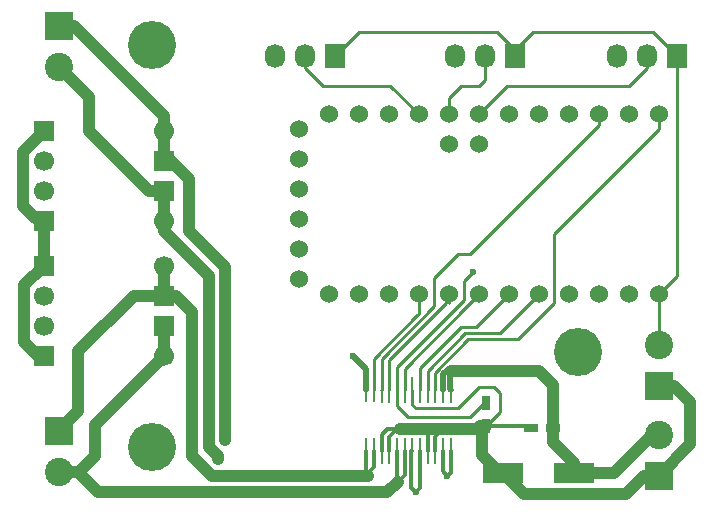
<source format=gbr>
G04 #@! TF.FileFunction,Copper,L1,Top,Signal*
%FSLAX46Y46*%
G04 Gerber Fmt 4.6, Leading zero omitted, Abs format (unit mm)*
G04 Created by KiCad (PCBNEW 4.0.2-stable) date Friday, July 22, 2016 'AMt' 10:22:11 AM*
%MOMM*%
G01*
G04 APERTURE LIST*
%ADD10C,0.100000*%
%ADD11C,4.064000*%
%ADD12C,1.524000*%
%ADD13O,0.250000X2.200000*%
%ADD14R,0.250000X2.200000*%
%ADD15R,1.200000X0.750000*%
%ADD16R,3.500120X1.800860*%
%ADD17R,0.750000X1.200000*%
%ADD18C,1.699260*%
%ADD19R,1.699260X1.699260*%
%ADD20R,1.727200X2.032000*%
%ADD21O,1.727200X2.032000*%
%ADD22C,2.400000*%
%ADD23R,2.400000X2.400000*%
%ADD24C,0.600000*%
%ADD25C,1.000000*%
%ADD26C,0.500000*%
%ADD27C,0.250000*%
%ADD28C,0.375000*%
%ADD29C,0.750000*%
G04 APERTURE END LIST*
D10*
D11*
X140000000Y-122000000D03*
X176000000Y-114000000D03*
D12*
X182880000Y-93853000D03*
X180340000Y-93853000D03*
X177800000Y-93853000D03*
X175260000Y-93853000D03*
X172720000Y-93853000D03*
X170180000Y-93853000D03*
X167640000Y-93853000D03*
X165100000Y-93853000D03*
X162560000Y-93853000D03*
X160020000Y-93853000D03*
X157480000Y-93853000D03*
X154940000Y-93853000D03*
X167640000Y-96393000D03*
X165100000Y-96393000D03*
X182880000Y-109093000D03*
X180340000Y-109093000D03*
X177800000Y-109093000D03*
X175260000Y-109093000D03*
X172720000Y-109093000D03*
X170180000Y-109093000D03*
X167640000Y-109093000D03*
X165100000Y-109093000D03*
X162560000Y-109093000D03*
X160020000Y-109093000D03*
X157480000Y-109093000D03*
X154940000Y-109093000D03*
X152400000Y-107823000D03*
X152400000Y-105283000D03*
X152400000Y-102743000D03*
X152400000Y-100203000D03*
X152400000Y-97663000D03*
X152400000Y-95123000D03*
D13*
X158096000Y-117161000D03*
D14*
X158096000Y-122361000D03*
D13*
X158746000Y-117161000D03*
D14*
X158746000Y-122361000D03*
X159396000Y-117161000D03*
X159396000Y-122361000D03*
X160046000Y-117161000D03*
X160046000Y-122361000D03*
X160696000Y-117161000D03*
X160696000Y-122361000D03*
X161346000Y-117161000D03*
X161346000Y-122361000D03*
X161996000Y-117161000D03*
X161996000Y-122361000D03*
X162646000Y-117161000D03*
X162646000Y-122361000D03*
X163296000Y-117161000D03*
X163296000Y-122361000D03*
X163946000Y-117161000D03*
X163946000Y-122361000D03*
X164596000Y-117161000D03*
X164596000Y-122361000D03*
X165246000Y-117161000D03*
X165246000Y-122361000D03*
D15*
X173924000Y-120396000D03*
X172024000Y-120396000D03*
D16*
X169720260Y-124206000D03*
X175719740Y-124206000D03*
D17*
X168275000Y-118303000D03*
X168275000Y-120203000D03*
D18*
X140970520Y-95247460D03*
D19*
X130810520Y-95247460D03*
D18*
X130809480Y-97792540D03*
D19*
X140969480Y-97792540D03*
D18*
X140970520Y-102867460D03*
D19*
X130810520Y-102867460D03*
D18*
X130809480Y-100332540D03*
D19*
X140969480Y-100332540D03*
D18*
X140970520Y-106677460D03*
D19*
X130810520Y-106677460D03*
D18*
X130809480Y-109222540D03*
D19*
X140969480Y-109222540D03*
D18*
X140970520Y-114297460D03*
D19*
X130810520Y-114297460D03*
D18*
X130809480Y-111762540D03*
D19*
X140969480Y-111762540D03*
D20*
X184404000Y-88900000D03*
D21*
X181864000Y-88900000D03*
X179324000Y-88900000D03*
D20*
X170688000Y-88900000D03*
D21*
X168148000Y-88900000D03*
X165608000Y-88900000D03*
D20*
X155448000Y-88900000D03*
D21*
X152908000Y-88900000D03*
X150368000Y-88900000D03*
D22*
X182880000Y-113340000D03*
D23*
X182880000Y-116840000D03*
D22*
X182880000Y-120960000D03*
D23*
X182880000Y-124460000D03*
D22*
X132080000Y-89860000D03*
D23*
X132080000Y-86360000D03*
D22*
X132080000Y-124150000D03*
D23*
X132080000Y-120650000D03*
D11*
X140000000Y-88000000D03*
D24*
X168656000Y-115570000D03*
X156972000Y-114300000D03*
X167132000Y-107188000D03*
X146177000Y-121412000D03*
X164973000Y-124460000D03*
X145542000Y-123063000D03*
X162306000Y-125857000D03*
D25*
X168656000Y-115570000D02*
X172720000Y-115570000D01*
X172720000Y-115570000D02*
X173924000Y-116774000D01*
X173924000Y-116774000D02*
X173924000Y-120396000D01*
X165354000Y-115570000D02*
X168656000Y-115570000D01*
X175719740Y-124206000D02*
X175719740Y-123395740D01*
X175719740Y-123395740D02*
X173924000Y-121600000D01*
X173924000Y-121600000D02*
X173924000Y-120396000D01*
X182880000Y-120960000D02*
X182316000Y-120960000D01*
X182316000Y-120960000D02*
X179070000Y-124206000D01*
X179070000Y-124206000D02*
X175719740Y-124206000D01*
X130810520Y-114297460D02*
X130299460Y-114297460D01*
X130299460Y-114297460D02*
X129159000Y-113157000D01*
X129159000Y-113157000D02*
X129159000Y-108328980D01*
X129159000Y-108328980D02*
X130810520Y-106677460D01*
X130810520Y-106677460D02*
X130810520Y-102867460D01*
D26*
X158096000Y-117161000D02*
X158096000Y-115424000D01*
X158096000Y-115424000D02*
X156972000Y-114300000D01*
D25*
X130810520Y-102867460D02*
X130559060Y-102616000D01*
X130559060Y-102616000D02*
X130048000Y-102616000D01*
X130048000Y-102616000D02*
X129032000Y-101600000D01*
X129032000Y-101600000D02*
X129032000Y-97025980D01*
X129032000Y-97025980D02*
X130810520Y-95247460D01*
D26*
X165608000Y-115316000D02*
X165354000Y-115570000D01*
X165354000Y-115570000D02*
X165227000Y-115697000D01*
X164596000Y-115871176D02*
X164596000Y-117161000D01*
X165227000Y-115697000D02*
X165227000Y-117142000D01*
X165227000Y-117142000D02*
X165246000Y-117161000D01*
X165608000Y-115316000D02*
X165151176Y-115316000D01*
X165151176Y-115316000D02*
X164596000Y-115871176D01*
D27*
X165227000Y-117142000D02*
X165246000Y-117161000D01*
D28*
X168275000Y-120203000D02*
X171831000Y-120203000D01*
X171831000Y-120203000D02*
X172024000Y-120396000D01*
D25*
X169720260Y-124206000D02*
X169418000Y-124206000D01*
X169418000Y-124206000D02*
X167894000Y-122682000D01*
X167894000Y-122682000D02*
X167894000Y-120203000D01*
X182880000Y-124460000D02*
X181610000Y-124460000D01*
X171498260Y-125984000D02*
X169720260Y-124206000D01*
X180086000Y-125984000D02*
X171498260Y-125984000D01*
X181610000Y-124460000D02*
X180086000Y-125984000D01*
D28*
X163946000Y-122361000D02*
X163946000Y-121169000D01*
X163946000Y-121169000D02*
X164592000Y-120523000D01*
X163296000Y-122361000D02*
X163296000Y-120523000D01*
X163449000Y-120650000D02*
X163449000Y-120523000D01*
X163423000Y-120650000D02*
X163449000Y-120650000D01*
X163296000Y-120523000D02*
X163423000Y-120650000D01*
X160046000Y-122361000D02*
X160046000Y-121195500D01*
X160718500Y-120523000D02*
X160972500Y-120523000D01*
X160046000Y-121195500D02*
X160718500Y-120523000D01*
X159396000Y-122361000D02*
X159396000Y-121020000D01*
D25*
X167706000Y-120203000D02*
X167894000Y-120203000D01*
X167894000Y-120203000D02*
X168275000Y-120203000D01*
X167386000Y-120523000D02*
X164592000Y-120523000D01*
X164592000Y-120523000D02*
X163449000Y-120523000D01*
X163449000Y-120523000D02*
X160972500Y-120523000D01*
X167706000Y-120203000D02*
X167386000Y-120523000D01*
D28*
X159893000Y-120523000D02*
X160972500Y-120523000D01*
X159396000Y-121020000D02*
X159893000Y-120523000D01*
D25*
X182880000Y-116840000D02*
X184150000Y-116840000D01*
X184150000Y-116840000D02*
X185547000Y-118237000D01*
X185547000Y-118237000D02*
X185547000Y-121793000D01*
X185547000Y-121793000D02*
X182880000Y-124460000D01*
X182577740Y-124157740D02*
X182880000Y-124460000D01*
D27*
X161996000Y-117161000D02*
X161996000Y-118435000D01*
X161996000Y-118435000D02*
X162306000Y-118745000D01*
X162306000Y-118745000D02*
X165862000Y-118745000D01*
X165862000Y-118745000D02*
X167640000Y-116967000D01*
X167640000Y-116967000D02*
X168910000Y-116967000D01*
X168910000Y-116967000D02*
X169418000Y-117475000D01*
X169418000Y-117475000D02*
X169418000Y-119060000D01*
X169418000Y-119060000D02*
X168275000Y-120203000D01*
X160696000Y-117161000D02*
X160696000Y-118532000D01*
X166878000Y-119507000D02*
X168082000Y-118303000D01*
X161671000Y-119507000D02*
X166878000Y-119507000D01*
X160696000Y-118532000D02*
X161671000Y-119507000D01*
X168082000Y-118303000D02*
X168275000Y-118303000D01*
X160696000Y-117161000D02*
X160696000Y-115275000D01*
X166370000Y-107950000D02*
X167132000Y-107188000D01*
X166370000Y-109601000D02*
X166370000Y-107950000D01*
X160696000Y-115275000D02*
X166370000Y-109601000D01*
D28*
X165246000Y-122361000D02*
X165246000Y-124187000D01*
X165246000Y-124187000D02*
X164973000Y-124460000D01*
D25*
X140969480Y-97792540D02*
X141607540Y-97792540D01*
X141607540Y-97792540D02*
X143129000Y-99314000D01*
X143129000Y-99314000D02*
X143129000Y-103759000D01*
X143129000Y-103759000D02*
X146177000Y-106807000D01*
X146177000Y-106807000D02*
X146177000Y-121412000D01*
D28*
X164596000Y-124083000D02*
X164596000Y-122361000D01*
X164973000Y-124460000D02*
X164596000Y-124083000D01*
D25*
X140970520Y-95247460D02*
X140970520Y-93980520D01*
X133350000Y-86360000D02*
X132080000Y-86360000D01*
X140970520Y-93980520D02*
X133350000Y-86360000D01*
D28*
X165246000Y-122361000D02*
X165246000Y-123463000D01*
D25*
X140969480Y-97792540D02*
X140969480Y-95248500D01*
X140969480Y-95248500D02*
X140970520Y-95247460D01*
D29*
X140972020Y-97790000D02*
X140970520Y-97788500D01*
X140970520Y-95247460D02*
X140970000Y-95246940D01*
D25*
X140970520Y-97791500D02*
X140969480Y-97792540D01*
X145542000Y-123063000D02*
X145542000Y-122809000D01*
X140970520Y-103759520D02*
X140970520Y-102867460D01*
X144780000Y-107569000D02*
X140970520Y-103759520D01*
X144780000Y-122047000D02*
X144780000Y-107569000D01*
X145542000Y-122809000D02*
X144780000Y-122047000D01*
D28*
X162646000Y-122361000D02*
X162646000Y-125517000D01*
X162646000Y-125517000D02*
X162306000Y-125857000D01*
X161921002Y-125472002D02*
X161921002Y-122361000D01*
X162306000Y-125857000D02*
X161921002Y-125472002D01*
X161921002Y-122361000D02*
X161996000Y-122361000D01*
D25*
X140969480Y-100332540D02*
X139702540Y-100332540D01*
X134620000Y-92400000D02*
X132080000Y-89860000D01*
X134620000Y-95250000D02*
X134620000Y-92400000D01*
X139702540Y-100332540D02*
X134620000Y-95250000D01*
X140969480Y-100332540D02*
X140969480Y-102866420D01*
X140969480Y-102866420D02*
X140970520Y-102867460D01*
X140966940Y-100330000D02*
X140970520Y-100333580D01*
X140969480Y-109222540D02*
X141988540Y-109222540D01*
X145034000Y-124460000D02*
X157988000Y-124460000D01*
X143383000Y-122809000D02*
X145034000Y-124460000D01*
X143383000Y-110617000D02*
X143383000Y-122809000D01*
X141988540Y-109222540D02*
X143383000Y-110617000D01*
D28*
X158096000Y-122361000D02*
X158096000Y-124460000D01*
X158096000Y-124460000D02*
X157988000Y-124460000D01*
X158746000Y-122361000D02*
X158746000Y-123702000D01*
D25*
X157988000Y-124460000D02*
X158242000Y-124460000D01*
D28*
X158242000Y-124206000D02*
X158242000Y-124460000D01*
X158746000Y-123702000D02*
X158242000Y-124206000D01*
D25*
X140970520Y-106677460D02*
X140970520Y-109221500D01*
X140970520Y-109221500D02*
X140969020Y-109220000D01*
X140969020Y-109220000D02*
X138430000Y-109220000D01*
X138430000Y-109220000D02*
X133731000Y-113919000D01*
X133731000Y-113919000D02*
X133731000Y-118999000D01*
X133731000Y-118999000D02*
X132080000Y-120650000D01*
D28*
X158746000Y-122361000D02*
X158746000Y-123067000D01*
X161346000Y-122361000D02*
X161346000Y-124404000D01*
X161346000Y-124404000D02*
X160782000Y-124968000D01*
X160696000Y-122361000D02*
X160696000Y-125054000D01*
D25*
X133675000Y-124150000D02*
X135382000Y-125857000D01*
X135382000Y-125857000D02*
X159893000Y-125857000D01*
X159893000Y-125857000D02*
X160782000Y-124968000D01*
X133675000Y-124150000D02*
X132080000Y-124150000D01*
D28*
X160696000Y-125054000D02*
X160782000Y-124968000D01*
D25*
X140969480Y-111762540D02*
X140969480Y-114296420D01*
X140969480Y-114296420D02*
X135128000Y-120137900D01*
X135128000Y-120137900D02*
X135128000Y-122809000D01*
X135128000Y-122809000D02*
X133787000Y-124150000D01*
X133787000Y-124150000D02*
X132080000Y-124150000D01*
D27*
X170688000Y-88900000D02*
X170688000Y-88392000D01*
X170688000Y-88392000D02*
X169164000Y-86868000D01*
X157480000Y-86868000D02*
X155448000Y-88900000D01*
X169164000Y-86868000D02*
X157480000Y-86868000D01*
X170688000Y-88392000D02*
X172212000Y-86868000D01*
X172212000Y-86868000D02*
X182372000Y-86868000D01*
X182372000Y-86868000D02*
X184404000Y-88900000D01*
X182880000Y-109093000D02*
X182880000Y-113340000D01*
X184404000Y-88900000D02*
X184404000Y-107569000D01*
X184404000Y-107569000D02*
X182880000Y-109093000D01*
X181864000Y-88900000D02*
X181864000Y-89916000D01*
X181864000Y-89916000D02*
X180340000Y-91440000D01*
X180340000Y-91440000D02*
X170053000Y-91440000D01*
X170053000Y-91440000D02*
X167640000Y-93853000D01*
X168148000Y-88900000D02*
X168148000Y-90932000D01*
X165100000Y-92456000D02*
X165100000Y-93853000D01*
X166116000Y-91440000D02*
X165100000Y-92456000D01*
X167640000Y-91440000D02*
X166116000Y-91440000D01*
X168148000Y-90932000D02*
X167640000Y-91440000D01*
X152908000Y-88900000D02*
X152908000Y-89916000D01*
X152908000Y-89916000D02*
X154432000Y-91440000D01*
X154432000Y-91440000D02*
X160147000Y-91440000D01*
X160147000Y-91440000D02*
X162560000Y-93853000D01*
X160046000Y-117161000D02*
X160046000Y-114655000D01*
X164846000Y-109855000D02*
X164846000Y-109347000D01*
X160046000Y-114655000D02*
X164846000Y-109855000D01*
X164846000Y-109347000D02*
X165100000Y-109093000D01*
X165100000Y-109093000D02*
X165100000Y-109474000D01*
X165100000Y-109093000D02*
X165100000Y-109855000D01*
X161346000Y-117161000D02*
X161346000Y-115387000D01*
X166624000Y-110109000D02*
X167640000Y-109093000D01*
X161346000Y-115387000D02*
X166624000Y-110109000D01*
X162646000Y-117161000D02*
X162646000Y-115357000D01*
X167386000Y-111887000D02*
X170180000Y-109093000D01*
X166116000Y-111887000D02*
X167386000Y-111887000D01*
X162646000Y-115357000D02*
X166116000Y-111887000D01*
X163296000Y-117161000D02*
X163296000Y-115596000D01*
X169418000Y-112395000D02*
X172720000Y-109093000D01*
X166497000Y-112395000D02*
X169418000Y-112395000D01*
X163296000Y-115596000D02*
X166497000Y-112395000D01*
X177800000Y-93853000D02*
X177800000Y-94742000D01*
X159396000Y-114544398D02*
X159396000Y-117161000D01*
X163830000Y-110110398D02*
X159396000Y-114544398D01*
X163830000Y-107696000D02*
X163830000Y-110110398D01*
X165862000Y-105664000D02*
X163830000Y-107696000D01*
X166878000Y-105664000D02*
X165862000Y-105664000D01*
X177800000Y-94742000D02*
X166878000Y-105664000D01*
X159385000Y-117150000D02*
X159396000Y-117161000D01*
X182880000Y-95123000D02*
X182880000Y-93853000D01*
X173990000Y-104013000D02*
X182880000Y-95123000D01*
X173990000Y-109855000D02*
X173990000Y-104013000D01*
X170942000Y-112903000D02*
X173990000Y-109855000D01*
X166751000Y-112903000D02*
X170942000Y-112903000D01*
X163946000Y-115708000D02*
X166751000Y-112903000D01*
X163946000Y-117161000D02*
X163946000Y-115708000D01*
X158746000Y-117161000D02*
X158746000Y-114558000D01*
X162560000Y-110744000D02*
X162560000Y-109093000D01*
X162433000Y-110871000D02*
X162560000Y-110744000D01*
X158746000Y-114558000D02*
X162433000Y-110871000D01*
M02*

</source>
